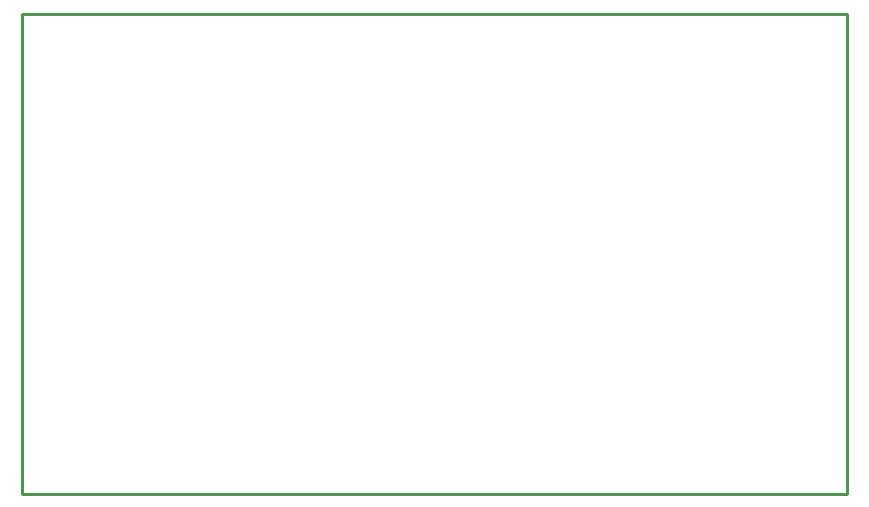
<source format=gm1>
%TF.GenerationSoftware,KiCad,Pcbnew,5.1.7-a382d34a8~87~ubuntu20.04.1*%
%TF.CreationDate,2020-10-29T11:39:12-04:00*%
%TF.ProjectId,encoder_interface_simple_3x2,656e636f-6465-4725-9f69-6e7465726661,1.1*%
%TF.SameCoordinates,Original*%
%TF.FileFunction,Profile,NP*%
%FSLAX46Y46*%
G04 Gerber Fmt 4.6, Leading zero omitted, Abs format (unit mm)*
G04 Created by KiCad (PCBNEW 5.1.7-a382d34a8~87~ubuntu20.04.1) date 2020-10-29 11:39:12*
%MOMM*%
%LPD*%
G01*
G04 APERTURE LIST*
%TA.AperFunction,Profile*%
%ADD10C,0.228600*%
%TD*%
G04 APERTURE END LIST*
D10*
X155575000Y-68580000D02*
X85725000Y-68580000D01*
X155575000Y-109220000D02*
X155575000Y-68580000D01*
X85725000Y-109220000D02*
X155575000Y-109220000D01*
X85725000Y-68580000D02*
X85725000Y-109220000D01*
M02*

</source>
